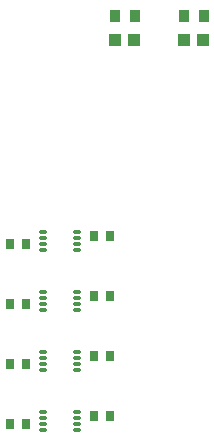
<source format=gtp>
G04 Layer: TopPasteMaskLayer*
G04 Panelize: V-CUT, Column: 2, Row: 2, Board Size: 58.42mm x 58.42mm, Panelized Board Size: 118.84mm x 118.84mm*
G04 EasyEDA v6.5.34, 2023-09-17 23:44:37*
G04 cd246424f58644acbb11c68d5f65e239,5a6b42c53f6a479593ecc07194224c93,10*
G04 Gerber Generator version 0.2*
G04 Scale: 100 percent, Rotated: No, Reflected: No *
G04 Dimensions in millimeters *
G04 leading zeros omitted , absolute positions ,4 integer and 5 decimal *
%FSLAX45Y45*%
%MOMM*%

%ADD10O,0.6999986X0.2999994*%
%ADD11R,1.0000X1.1000*%
%ADD12R,0.8999X1.0000*%
%ADD13R,0.8000X0.9000*%

%LPD*%
D10*
G01*
X3243808Y3745306D03*
G01*
X3243808Y3695293D03*
G01*
X3243808Y3645306D03*
G01*
X3243808Y3595293D03*
G01*
X2953791Y3595293D03*
G01*
X2953791Y3645306D03*
G01*
X2953791Y3695293D03*
G01*
X2953791Y3745306D03*
G01*
X3243808Y3237306D03*
G01*
X3243808Y3187293D03*
G01*
X3243808Y3137306D03*
G01*
X3243808Y3087293D03*
G01*
X2953791Y3087293D03*
G01*
X2953791Y3137306D03*
G01*
X2953791Y3187293D03*
G01*
X2953791Y3237306D03*
G01*
X3243808Y2729306D03*
G01*
X3243808Y2679293D03*
G01*
X3243808Y2629306D03*
G01*
X3243808Y2579293D03*
G01*
X2953791Y2579293D03*
G01*
X2953791Y2629306D03*
G01*
X2953791Y2679293D03*
G01*
X2953791Y2729306D03*
G01*
X3243808Y2221306D03*
G01*
X3243808Y2171293D03*
G01*
X3243808Y2121306D03*
G01*
X3243808Y2071293D03*
G01*
X2953791Y2071293D03*
G01*
X2953791Y2121306D03*
G01*
X2953791Y2171293D03*
G01*
X2953791Y2221306D03*
D11*
G01*
X4149090Y5372100D03*
G01*
X4309084Y5372100D03*
D12*
G01*
X4144086Y5575300D03*
G01*
X4314088Y5575300D03*
G01*
X3559886Y5575300D03*
G01*
X3729888Y5575300D03*
D11*
G01*
X3564890Y5372100D03*
G01*
X3724884Y5372100D03*
D13*
G01*
X3384397Y3708400D03*
G01*
X3524402Y3708400D03*
G01*
X2673197Y3644900D03*
G01*
X2813202Y3644900D03*
G01*
X2673197Y3136900D03*
G01*
X2813202Y3136900D03*
G01*
X3384397Y3200400D03*
G01*
X3524402Y3200400D03*
G01*
X2673197Y2628900D03*
G01*
X2813202Y2628900D03*
G01*
X3384397Y2692400D03*
G01*
X3524402Y2692400D03*
G01*
X2673197Y2120900D03*
G01*
X2813202Y2120900D03*
G01*
X3384397Y2184400D03*
G01*
X3524402Y2184400D03*
M02*

</source>
